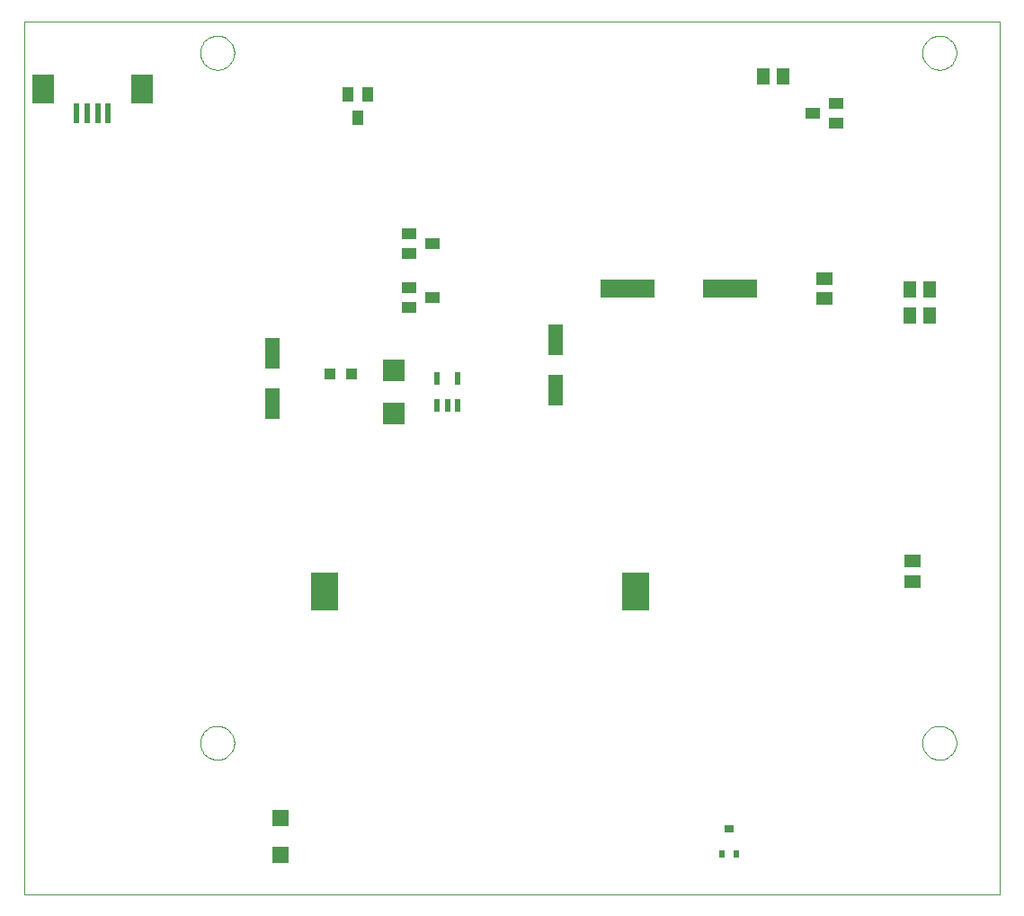
<source format=gtp>
G75*
G70*
%OFA0B0*%
%FSLAX24Y24*%
%IPPOS*%
%LPD*%
%AMOC8*
5,1,8,0,0,1.08239X$1,22.5*
%
%ADD10C,0.0000*%
%ADD11R,0.0217X0.0472*%
%ADD12R,0.0551X0.1181*%
%ADD13R,0.0394X0.0394*%
%ADD14R,0.0787X0.0787*%
%ADD15R,0.0236X0.0748*%
%ADD16R,0.0827X0.1102*%
%ADD17R,0.0512X0.0591*%
%ADD18R,0.0551X0.0394*%
%ADD19R,0.0236X0.0276*%
%ADD20R,0.0354X0.0276*%
%ADD21R,0.0394X0.0551*%
%ADD22R,0.0591X0.0512*%
%ADD23R,0.0591X0.0591*%
%ADD24R,0.1024X0.1417*%
%ADD25R,0.2000X0.0700*%
D10*
X000222Y000150D02*
X000222Y032512D01*
X036396Y032512D01*
X036396Y000150D01*
X000222Y000150D01*
X006742Y005760D02*
X006744Y005810D01*
X006750Y005860D01*
X006760Y005909D01*
X006774Y005957D01*
X006791Y006004D01*
X006812Y006049D01*
X006837Y006093D01*
X006865Y006134D01*
X006897Y006173D01*
X006931Y006210D01*
X006968Y006244D01*
X007008Y006274D01*
X007050Y006301D01*
X007094Y006325D01*
X007140Y006346D01*
X007187Y006362D01*
X007235Y006375D01*
X007285Y006384D01*
X007334Y006389D01*
X007385Y006390D01*
X007435Y006387D01*
X007484Y006380D01*
X007533Y006369D01*
X007581Y006354D01*
X007627Y006336D01*
X007672Y006314D01*
X007715Y006288D01*
X007756Y006259D01*
X007795Y006227D01*
X007831Y006192D01*
X007863Y006154D01*
X007893Y006114D01*
X007920Y006071D01*
X007943Y006027D01*
X007962Y005981D01*
X007978Y005933D01*
X007990Y005884D01*
X007998Y005835D01*
X008002Y005785D01*
X008002Y005735D01*
X007998Y005685D01*
X007990Y005636D01*
X007978Y005587D01*
X007962Y005539D01*
X007943Y005493D01*
X007920Y005449D01*
X007893Y005406D01*
X007863Y005366D01*
X007831Y005328D01*
X007795Y005293D01*
X007756Y005261D01*
X007715Y005232D01*
X007672Y005206D01*
X007627Y005184D01*
X007581Y005166D01*
X007533Y005151D01*
X007484Y005140D01*
X007435Y005133D01*
X007385Y005130D01*
X007334Y005131D01*
X007285Y005136D01*
X007235Y005145D01*
X007187Y005158D01*
X007140Y005174D01*
X007094Y005195D01*
X007050Y005219D01*
X007008Y005246D01*
X006968Y005276D01*
X006931Y005310D01*
X006897Y005347D01*
X006865Y005386D01*
X006837Y005427D01*
X006812Y005471D01*
X006791Y005516D01*
X006774Y005563D01*
X006760Y005611D01*
X006750Y005660D01*
X006744Y005710D01*
X006742Y005760D01*
X033514Y005760D02*
X033516Y005810D01*
X033522Y005860D01*
X033532Y005909D01*
X033546Y005957D01*
X033563Y006004D01*
X033584Y006049D01*
X033609Y006093D01*
X033637Y006134D01*
X033669Y006173D01*
X033703Y006210D01*
X033740Y006244D01*
X033780Y006274D01*
X033822Y006301D01*
X033866Y006325D01*
X033912Y006346D01*
X033959Y006362D01*
X034007Y006375D01*
X034057Y006384D01*
X034106Y006389D01*
X034157Y006390D01*
X034207Y006387D01*
X034256Y006380D01*
X034305Y006369D01*
X034353Y006354D01*
X034399Y006336D01*
X034444Y006314D01*
X034487Y006288D01*
X034528Y006259D01*
X034567Y006227D01*
X034603Y006192D01*
X034635Y006154D01*
X034665Y006114D01*
X034692Y006071D01*
X034715Y006027D01*
X034734Y005981D01*
X034750Y005933D01*
X034762Y005884D01*
X034770Y005835D01*
X034774Y005785D01*
X034774Y005735D01*
X034770Y005685D01*
X034762Y005636D01*
X034750Y005587D01*
X034734Y005539D01*
X034715Y005493D01*
X034692Y005449D01*
X034665Y005406D01*
X034635Y005366D01*
X034603Y005328D01*
X034567Y005293D01*
X034528Y005261D01*
X034487Y005232D01*
X034444Y005206D01*
X034399Y005184D01*
X034353Y005166D01*
X034305Y005151D01*
X034256Y005140D01*
X034207Y005133D01*
X034157Y005130D01*
X034106Y005131D01*
X034057Y005136D01*
X034007Y005145D01*
X033959Y005158D01*
X033912Y005174D01*
X033866Y005195D01*
X033822Y005219D01*
X033780Y005246D01*
X033740Y005276D01*
X033703Y005310D01*
X033669Y005347D01*
X033637Y005386D01*
X033609Y005427D01*
X033584Y005471D01*
X033563Y005516D01*
X033546Y005563D01*
X033532Y005611D01*
X033522Y005660D01*
X033516Y005710D01*
X033514Y005760D01*
X033514Y031351D02*
X033516Y031401D01*
X033522Y031451D01*
X033532Y031500D01*
X033546Y031548D01*
X033563Y031595D01*
X033584Y031640D01*
X033609Y031684D01*
X033637Y031725D01*
X033669Y031764D01*
X033703Y031801D01*
X033740Y031835D01*
X033780Y031865D01*
X033822Y031892D01*
X033866Y031916D01*
X033912Y031937D01*
X033959Y031953D01*
X034007Y031966D01*
X034057Y031975D01*
X034106Y031980D01*
X034157Y031981D01*
X034207Y031978D01*
X034256Y031971D01*
X034305Y031960D01*
X034353Y031945D01*
X034399Y031927D01*
X034444Y031905D01*
X034487Y031879D01*
X034528Y031850D01*
X034567Y031818D01*
X034603Y031783D01*
X034635Y031745D01*
X034665Y031705D01*
X034692Y031662D01*
X034715Y031618D01*
X034734Y031572D01*
X034750Y031524D01*
X034762Y031475D01*
X034770Y031426D01*
X034774Y031376D01*
X034774Y031326D01*
X034770Y031276D01*
X034762Y031227D01*
X034750Y031178D01*
X034734Y031130D01*
X034715Y031084D01*
X034692Y031040D01*
X034665Y030997D01*
X034635Y030957D01*
X034603Y030919D01*
X034567Y030884D01*
X034528Y030852D01*
X034487Y030823D01*
X034444Y030797D01*
X034399Y030775D01*
X034353Y030757D01*
X034305Y030742D01*
X034256Y030731D01*
X034207Y030724D01*
X034157Y030721D01*
X034106Y030722D01*
X034057Y030727D01*
X034007Y030736D01*
X033959Y030749D01*
X033912Y030765D01*
X033866Y030786D01*
X033822Y030810D01*
X033780Y030837D01*
X033740Y030867D01*
X033703Y030901D01*
X033669Y030938D01*
X033637Y030977D01*
X033609Y031018D01*
X033584Y031062D01*
X033563Y031107D01*
X033546Y031154D01*
X033532Y031202D01*
X033522Y031251D01*
X033516Y031301D01*
X033514Y031351D01*
X006742Y031351D02*
X006744Y031401D01*
X006750Y031451D01*
X006760Y031500D01*
X006774Y031548D01*
X006791Y031595D01*
X006812Y031640D01*
X006837Y031684D01*
X006865Y031725D01*
X006897Y031764D01*
X006931Y031801D01*
X006968Y031835D01*
X007008Y031865D01*
X007050Y031892D01*
X007094Y031916D01*
X007140Y031937D01*
X007187Y031953D01*
X007235Y031966D01*
X007285Y031975D01*
X007334Y031980D01*
X007385Y031981D01*
X007435Y031978D01*
X007484Y031971D01*
X007533Y031960D01*
X007581Y031945D01*
X007627Y031927D01*
X007672Y031905D01*
X007715Y031879D01*
X007756Y031850D01*
X007795Y031818D01*
X007831Y031783D01*
X007863Y031745D01*
X007893Y031705D01*
X007920Y031662D01*
X007943Y031618D01*
X007962Y031572D01*
X007978Y031524D01*
X007990Y031475D01*
X007998Y031426D01*
X008002Y031376D01*
X008002Y031326D01*
X007998Y031276D01*
X007990Y031227D01*
X007978Y031178D01*
X007962Y031130D01*
X007943Y031084D01*
X007920Y031040D01*
X007893Y030997D01*
X007863Y030957D01*
X007831Y030919D01*
X007795Y030884D01*
X007756Y030852D01*
X007715Y030823D01*
X007672Y030797D01*
X007627Y030775D01*
X007581Y030757D01*
X007533Y030742D01*
X007484Y030731D01*
X007435Y030724D01*
X007385Y030721D01*
X007334Y030722D01*
X007285Y030727D01*
X007235Y030736D01*
X007187Y030749D01*
X007140Y030765D01*
X007094Y030786D01*
X007050Y030810D01*
X007008Y030837D01*
X006968Y030867D01*
X006931Y030901D01*
X006897Y030938D01*
X006865Y030977D01*
X006837Y031018D01*
X006812Y031062D01*
X006791Y031107D01*
X006774Y031154D01*
X006760Y031202D01*
X006750Y031251D01*
X006744Y031301D01*
X006742Y031351D01*
D11*
X015530Y019288D03*
X016278Y019288D03*
X016278Y018264D03*
X015904Y018264D03*
X015530Y018264D03*
D12*
X019904Y018831D03*
X019904Y020721D03*
X009404Y020221D03*
X009404Y018331D03*
D13*
X011549Y019449D03*
X012337Y019449D03*
D14*
X013904Y019563D03*
X013904Y017989D03*
D15*
X003333Y029099D03*
X002939Y029099D03*
X002545Y029099D03*
X002152Y029099D03*
D16*
X000911Y030024D03*
X004573Y030024D03*
D17*
X027612Y030485D03*
X028360Y030485D03*
X033037Y022563D03*
X033785Y022563D03*
X033785Y021619D03*
X033037Y021619D03*
D18*
X030333Y028729D03*
X030333Y029477D03*
X029467Y029103D03*
X015337Y024276D03*
X014470Y024650D03*
X014470Y023902D03*
X014470Y022650D03*
X015337Y022276D03*
X014470Y021902D03*
D19*
X026100Y001638D03*
X026612Y001638D03*
D20*
X026356Y002583D03*
D21*
X012585Y028941D03*
X012959Y029807D03*
X012211Y029807D03*
D22*
X029868Y022977D03*
X029868Y022229D03*
X033136Y012504D03*
X033136Y011756D03*
D23*
X009711Y002977D03*
X009711Y001599D03*
D24*
X011344Y011382D03*
X022880Y011382D03*
D25*
X022574Y022603D03*
X026374Y022603D03*
M02*

</source>
